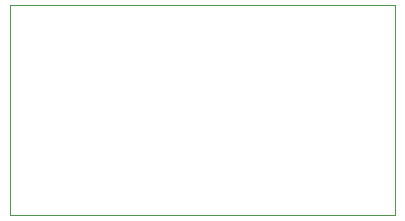
<source format=gbr>
%TF.GenerationSoftware,KiCad,Pcbnew,8.0.8*%
%TF.CreationDate,2025-02-16T13:19:37-05:00*%
%TF.ProjectId,SI-P Pressure Transducer,53492d50-2050-4726-9573-737572652054,rev?*%
%TF.SameCoordinates,Original*%
%TF.FileFunction,Profile,NP*%
%FSLAX46Y46*%
G04 Gerber Fmt 4.6, Leading zero omitted, Abs format (unit mm)*
G04 Created by KiCad (PCBNEW 8.0.8) date 2025-02-16 13:19:37*
%MOMM*%
%LPD*%
G01*
G04 APERTURE LIST*
%TA.AperFunction,Profile*%
%ADD10C,0.050000*%
%TD*%
G04 APERTURE END LIST*
D10*
X179200000Y-59400000D02*
X211800000Y-59400000D01*
X211800000Y-77200000D01*
X179200000Y-77200000D01*
X179200000Y-59400000D01*
M02*

</source>
